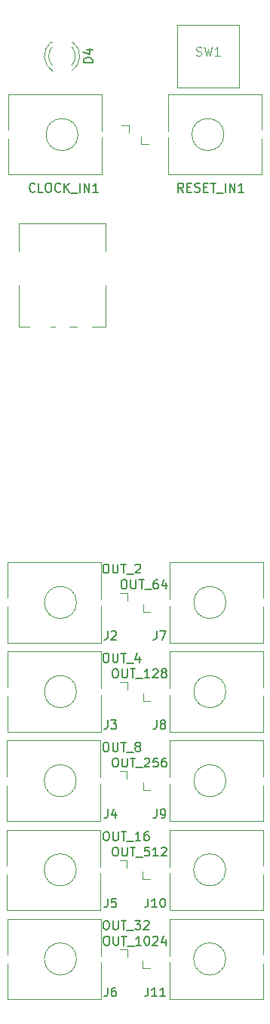
<source format=gbr>
%TF.GenerationSoftware,KiCad,Pcbnew,8.0.5+1*%
%TF.CreationDate,2024-11-27T03:26:14+08:00*%
%TF.ProjectId,MiniDiv v0.3 - Main,4d696e69-4469-4762-9076-302e33202d20,0.3*%
%TF.SameCoordinates,Original*%
%TF.FileFunction,Legend,Top*%
%TF.FilePolarity,Positive*%
%FSLAX46Y46*%
G04 Gerber Fmt 4.6, Leading zero omitted, Abs format (unit mm)*
G04 Created by KiCad (PCBNEW 8.0.5+1) date 2024-11-27 03:26:14*
%MOMM*%
%LPD*%
G01*
G04 APERTURE LIST*
%ADD10C,0.150000*%
%ADD11C,0.100000*%
%ADD12C,0.120000*%
G04 APERTURE END LIST*
D10*
X106440476Y-147204819D02*
X106440476Y-147919104D01*
X106440476Y-147919104D02*
X106392857Y-148061961D01*
X106392857Y-148061961D02*
X106297619Y-148157200D01*
X106297619Y-148157200D02*
X106154762Y-148204819D01*
X106154762Y-148204819D02*
X106059524Y-148204819D01*
X107440476Y-148204819D02*
X106869048Y-148204819D01*
X107154762Y-148204819D02*
X107154762Y-147204819D01*
X107154762Y-147204819D02*
X107059524Y-147347676D01*
X107059524Y-147347676D02*
X106964286Y-147442914D01*
X106964286Y-147442914D02*
X106869048Y-147490533D01*
X108059524Y-147204819D02*
X108154762Y-147204819D01*
X108154762Y-147204819D02*
X108250000Y-147252438D01*
X108250000Y-147252438D02*
X108297619Y-147300057D01*
X108297619Y-147300057D02*
X108345238Y-147395295D01*
X108345238Y-147395295D02*
X108392857Y-147585771D01*
X108392857Y-147585771D02*
X108392857Y-147823866D01*
X108392857Y-147823866D02*
X108345238Y-148014342D01*
X108345238Y-148014342D02*
X108297619Y-148109580D01*
X108297619Y-148109580D02*
X108250000Y-148157200D01*
X108250000Y-148157200D02*
X108154762Y-148204819D01*
X108154762Y-148204819D02*
X108059524Y-148204819D01*
X108059524Y-148204819D02*
X107964286Y-148157200D01*
X107964286Y-148157200D02*
X107916667Y-148109580D01*
X107916667Y-148109580D02*
X107869048Y-148014342D01*
X107869048Y-148014342D02*
X107821429Y-147823866D01*
X107821429Y-147823866D02*
X107821429Y-147585771D01*
X107821429Y-147585771D02*
X107869048Y-147395295D01*
X107869048Y-147395295D02*
X107916667Y-147300057D01*
X107916667Y-147300057D02*
X107964286Y-147252438D01*
X107964286Y-147252438D02*
X108059524Y-147204819D01*
X102690476Y-141454819D02*
X102880952Y-141454819D01*
X102880952Y-141454819D02*
X102976190Y-141502438D01*
X102976190Y-141502438D02*
X103071428Y-141597676D01*
X103071428Y-141597676D02*
X103119047Y-141788152D01*
X103119047Y-141788152D02*
X103119047Y-142121485D01*
X103119047Y-142121485D02*
X103071428Y-142311961D01*
X103071428Y-142311961D02*
X102976190Y-142407200D01*
X102976190Y-142407200D02*
X102880952Y-142454819D01*
X102880952Y-142454819D02*
X102690476Y-142454819D01*
X102690476Y-142454819D02*
X102595238Y-142407200D01*
X102595238Y-142407200D02*
X102500000Y-142311961D01*
X102500000Y-142311961D02*
X102452381Y-142121485D01*
X102452381Y-142121485D02*
X102452381Y-141788152D01*
X102452381Y-141788152D02*
X102500000Y-141597676D01*
X102500000Y-141597676D02*
X102595238Y-141502438D01*
X102595238Y-141502438D02*
X102690476Y-141454819D01*
X103547619Y-141454819D02*
X103547619Y-142264342D01*
X103547619Y-142264342D02*
X103595238Y-142359580D01*
X103595238Y-142359580D02*
X103642857Y-142407200D01*
X103642857Y-142407200D02*
X103738095Y-142454819D01*
X103738095Y-142454819D02*
X103928571Y-142454819D01*
X103928571Y-142454819D02*
X104023809Y-142407200D01*
X104023809Y-142407200D02*
X104071428Y-142359580D01*
X104071428Y-142359580D02*
X104119047Y-142264342D01*
X104119047Y-142264342D02*
X104119047Y-141454819D01*
X104452381Y-141454819D02*
X105023809Y-141454819D01*
X104738095Y-142454819D02*
X104738095Y-141454819D01*
X105119048Y-142550057D02*
X105880952Y-142550057D01*
X106595238Y-141454819D02*
X106119048Y-141454819D01*
X106119048Y-141454819D02*
X106071429Y-141931009D01*
X106071429Y-141931009D02*
X106119048Y-141883390D01*
X106119048Y-141883390D02*
X106214286Y-141835771D01*
X106214286Y-141835771D02*
X106452381Y-141835771D01*
X106452381Y-141835771D02*
X106547619Y-141883390D01*
X106547619Y-141883390D02*
X106595238Y-141931009D01*
X106595238Y-141931009D02*
X106642857Y-142026247D01*
X106642857Y-142026247D02*
X106642857Y-142264342D01*
X106642857Y-142264342D02*
X106595238Y-142359580D01*
X106595238Y-142359580D02*
X106547619Y-142407200D01*
X106547619Y-142407200D02*
X106452381Y-142454819D01*
X106452381Y-142454819D02*
X106214286Y-142454819D01*
X106214286Y-142454819D02*
X106119048Y-142407200D01*
X106119048Y-142407200D02*
X106071429Y-142359580D01*
X107595238Y-142454819D02*
X107023810Y-142454819D01*
X107309524Y-142454819D02*
X107309524Y-141454819D01*
X107309524Y-141454819D02*
X107214286Y-141597676D01*
X107214286Y-141597676D02*
X107119048Y-141692914D01*
X107119048Y-141692914D02*
X107023810Y-141740533D01*
X107976191Y-141550057D02*
X108023810Y-141502438D01*
X108023810Y-141502438D02*
X108119048Y-141454819D01*
X108119048Y-141454819D02*
X108357143Y-141454819D01*
X108357143Y-141454819D02*
X108452381Y-141502438D01*
X108452381Y-141502438D02*
X108500000Y-141550057D01*
X108500000Y-141550057D02*
X108547619Y-141645295D01*
X108547619Y-141645295D02*
X108547619Y-141740533D01*
X108547619Y-141740533D02*
X108500000Y-141883390D01*
X108500000Y-141883390D02*
X107928572Y-142454819D01*
X107928572Y-142454819D02*
X108547619Y-142454819D01*
X101916666Y-127204819D02*
X101916666Y-127919104D01*
X101916666Y-127919104D02*
X101869047Y-128061961D01*
X101869047Y-128061961D02*
X101773809Y-128157200D01*
X101773809Y-128157200D02*
X101630952Y-128204819D01*
X101630952Y-128204819D02*
X101535714Y-128204819D01*
X102297619Y-127204819D02*
X102916666Y-127204819D01*
X102916666Y-127204819D02*
X102583333Y-127585771D01*
X102583333Y-127585771D02*
X102726190Y-127585771D01*
X102726190Y-127585771D02*
X102821428Y-127633390D01*
X102821428Y-127633390D02*
X102869047Y-127681009D01*
X102869047Y-127681009D02*
X102916666Y-127776247D01*
X102916666Y-127776247D02*
X102916666Y-128014342D01*
X102916666Y-128014342D02*
X102869047Y-128109580D01*
X102869047Y-128109580D02*
X102821428Y-128157200D01*
X102821428Y-128157200D02*
X102726190Y-128204819D01*
X102726190Y-128204819D02*
X102440476Y-128204819D01*
X102440476Y-128204819D02*
X102345238Y-128157200D01*
X102345238Y-128157200D02*
X102297619Y-128109580D01*
X101642857Y-119704819D02*
X101833333Y-119704819D01*
X101833333Y-119704819D02*
X101928571Y-119752438D01*
X101928571Y-119752438D02*
X102023809Y-119847676D01*
X102023809Y-119847676D02*
X102071428Y-120038152D01*
X102071428Y-120038152D02*
X102071428Y-120371485D01*
X102071428Y-120371485D02*
X102023809Y-120561961D01*
X102023809Y-120561961D02*
X101928571Y-120657200D01*
X101928571Y-120657200D02*
X101833333Y-120704819D01*
X101833333Y-120704819D02*
X101642857Y-120704819D01*
X101642857Y-120704819D02*
X101547619Y-120657200D01*
X101547619Y-120657200D02*
X101452381Y-120561961D01*
X101452381Y-120561961D02*
X101404762Y-120371485D01*
X101404762Y-120371485D02*
X101404762Y-120038152D01*
X101404762Y-120038152D02*
X101452381Y-119847676D01*
X101452381Y-119847676D02*
X101547619Y-119752438D01*
X101547619Y-119752438D02*
X101642857Y-119704819D01*
X102500000Y-119704819D02*
X102500000Y-120514342D01*
X102500000Y-120514342D02*
X102547619Y-120609580D01*
X102547619Y-120609580D02*
X102595238Y-120657200D01*
X102595238Y-120657200D02*
X102690476Y-120704819D01*
X102690476Y-120704819D02*
X102880952Y-120704819D01*
X102880952Y-120704819D02*
X102976190Y-120657200D01*
X102976190Y-120657200D02*
X103023809Y-120609580D01*
X103023809Y-120609580D02*
X103071428Y-120514342D01*
X103071428Y-120514342D02*
X103071428Y-119704819D01*
X103404762Y-119704819D02*
X103976190Y-119704819D01*
X103690476Y-120704819D02*
X103690476Y-119704819D01*
X104071429Y-120800057D02*
X104833333Y-120800057D01*
X105500000Y-120038152D02*
X105500000Y-120704819D01*
X105261905Y-119657200D02*
X105023810Y-120371485D01*
X105023810Y-120371485D02*
X105642857Y-120371485D01*
X106440476Y-157204819D02*
X106440476Y-157919104D01*
X106440476Y-157919104D02*
X106392857Y-158061961D01*
X106392857Y-158061961D02*
X106297619Y-158157200D01*
X106297619Y-158157200D02*
X106154762Y-158204819D01*
X106154762Y-158204819D02*
X106059524Y-158204819D01*
X107440476Y-158204819D02*
X106869048Y-158204819D01*
X107154762Y-158204819D02*
X107154762Y-157204819D01*
X107154762Y-157204819D02*
X107059524Y-157347676D01*
X107059524Y-157347676D02*
X106964286Y-157442914D01*
X106964286Y-157442914D02*
X106869048Y-157490533D01*
X108392857Y-158204819D02*
X107821429Y-158204819D01*
X108107143Y-158204819D02*
X108107143Y-157204819D01*
X108107143Y-157204819D02*
X108011905Y-157347676D01*
X108011905Y-157347676D02*
X107916667Y-157442914D01*
X107916667Y-157442914D02*
X107821429Y-157490533D01*
X101714285Y-151454819D02*
X101904761Y-151454819D01*
X101904761Y-151454819D02*
X101999999Y-151502438D01*
X101999999Y-151502438D02*
X102095237Y-151597676D01*
X102095237Y-151597676D02*
X102142856Y-151788152D01*
X102142856Y-151788152D02*
X102142856Y-152121485D01*
X102142856Y-152121485D02*
X102095237Y-152311961D01*
X102095237Y-152311961D02*
X101999999Y-152407200D01*
X101999999Y-152407200D02*
X101904761Y-152454819D01*
X101904761Y-152454819D02*
X101714285Y-152454819D01*
X101714285Y-152454819D02*
X101619047Y-152407200D01*
X101619047Y-152407200D02*
X101523809Y-152311961D01*
X101523809Y-152311961D02*
X101476190Y-152121485D01*
X101476190Y-152121485D02*
X101476190Y-151788152D01*
X101476190Y-151788152D02*
X101523809Y-151597676D01*
X101523809Y-151597676D02*
X101619047Y-151502438D01*
X101619047Y-151502438D02*
X101714285Y-151454819D01*
X102571428Y-151454819D02*
X102571428Y-152264342D01*
X102571428Y-152264342D02*
X102619047Y-152359580D01*
X102619047Y-152359580D02*
X102666666Y-152407200D01*
X102666666Y-152407200D02*
X102761904Y-152454819D01*
X102761904Y-152454819D02*
X102952380Y-152454819D01*
X102952380Y-152454819D02*
X103047618Y-152407200D01*
X103047618Y-152407200D02*
X103095237Y-152359580D01*
X103095237Y-152359580D02*
X103142856Y-152264342D01*
X103142856Y-152264342D02*
X103142856Y-151454819D01*
X103476190Y-151454819D02*
X104047618Y-151454819D01*
X103761904Y-152454819D02*
X103761904Y-151454819D01*
X104142857Y-152550057D02*
X104904761Y-152550057D01*
X105666666Y-152454819D02*
X105095238Y-152454819D01*
X105380952Y-152454819D02*
X105380952Y-151454819D01*
X105380952Y-151454819D02*
X105285714Y-151597676D01*
X105285714Y-151597676D02*
X105190476Y-151692914D01*
X105190476Y-151692914D02*
X105095238Y-151740533D01*
X106285714Y-151454819D02*
X106380952Y-151454819D01*
X106380952Y-151454819D02*
X106476190Y-151502438D01*
X106476190Y-151502438D02*
X106523809Y-151550057D01*
X106523809Y-151550057D02*
X106571428Y-151645295D01*
X106571428Y-151645295D02*
X106619047Y-151835771D01*
X106619047Y-151835771D02*
X106619047Y-152073866D01*
X106619047Y-152073866D02*
X106571428Y-152264342D01*
X106571428Y-152264342D02*
X106523809Y-152359580D01*
X106523809Y-152359580D02*
X106476190Y-152407200D01*
X106476190Y-152407200D02*
X106380952Y-152454819D01*
X106380952Y-152454819D02*
X106285714Y-152454819D01*
X106285714Y-152454819D02*
X106190476Y-152407200D01*
X106190476Y-152407200D02*
X106142857Y-152359580D01*
X106142857Y-152359580D02*
X106095238Y-152264342D01*
X106095238Y-152264342D02*
X106047619Y-152073866D01*
X106047619Y-152073866D02*
X106047619Y-151835771D01*
X106047619Y-151835771D02*
X106095238Y-151645295D01*
X106095238Y-151645295D02*
X106142857Y-151550057D01*
X106142857Y-151550057D02*
X106190476Y-151502438D01*
X106190476Y-151502438D02*
X106285714Y-151454819D01*
X107000000Y-151550057D02*
X107047619Y-151502438D01*
X107047619Y-151502438D02*
X107142857Y-151454819D01*
X107142857Y-151454819D02*
X107380952Y-151454819D01*
X107380952Y-151454819D02*
X107476190Y-151502438D01*
X107476190Y-151502438D02*
X107523809Y-151550057D01*
X107523809Y-151550057D02*
X107571428Y-151645295D01*
X107571428Y-151645295D02*
X107571428Y-151740533D01*
X107571428Y-151740533D02*
X107523809Y-151883390D01*
X107523809Y-151883390D02*
X106952381Y-152454819D01*
X106952381Y-152454819D02*
X107571428Y-152454819D01*
X108428571Y-151788152D02*
X108428571Y-152454819D01*
X108190476Y-151407200D02*
X107952381Y-152121485D01*
X107952381Y-152121485D02*
X108571428Y-152121485D01*
X107416666Y-117204819D02*
X107416666Y-117919104D01*
X107416666Y-117919104D02*
X107369047Y-118061961D01*
X107369047Y-118061961D02*
X107273809Y-118157200D01*
X107273809Y-118157200D02*
X107130952Y-118204819D01*
X107130952Y-118204819D02*
X107035714Y-118204819D01*
X107797619Y-117204819D02*
X108464285Y-117204819D01*
X108464285Y-117204819D02*
X108035714Y-118204819D01*
X103666666Y-111454819D02*
X103857142Y-111454819D01*
X103857142Y-111454819D02*
X103952380Y-111502438D01*
X103952380Y-111502438D02*
X104047618Y-111597676D01*
X104047618Y-111597676D02*
X104095237Y-111788152D01*
X104095237Y-111788152D02*
X104095237Y-112121485D01*
X104095237Y-112121485D02*
X104047618Y-112311961D01*
X104047618Y-112311961D02*
X103952380Y-112407200D01*
X103952380Y-112407200D02*
X103857142Y-112454819D01*
X103857142Y-112454819D02*
X103666666Y-112454819D01*
X103666666Y-112454819D02*
X103571428Y-112407200D01*
X103571428Y-112407200D02*
X103476190Y-112311961D01*
X103476190Y-112311961D02*
X103428571Y-112121485D01*
X103428571Y-112121485D02*
X103428571Y-111788152D01*
X103428571Y-111788152D02*
X103476190Y-111597676D01*
X103476190Y-111597676D02*
X103571428Y-111502438D01*
X103571428Y-111502438D02*
X103666666Y-111454819D01*
X104523809Y-111454819D02*
X104523809Y-112264342D01*
X104523809Y-112264342D02*
X104571428Y-112359580D01*
X104571428Y-112359580D02*
X104619047Y-112407200D01*
X104619047Y-112407200D02*
X104714285Y-112454819D01*
X104714285Y-112454819D02*
X104904761Y-112454819D01*
X104904761Y-112454819D02*
X104999999Y-112407200D01*
X104999999Y-112407200D02*
X105047618Y-112359580D01*
X105047618Y-112359580D02*
X105095237Y-112264342D01*
X105095237Y-112264342D02*
X105095237Y-111454819D01*
X105428571Y-111454819D02*
X105999999Y-111454819D01*
X105714285Y-112454819D02*
X105714285Y-111454819D01*
X106095238Y-112550057D02*
X106857142Y-112550057D01*
X107523809Y-111454819D02*
X107333333Y-111454819D01*
X107333333Y-111454819D02*
X107238095Y-111502438D01*
X107238095Y-111502438D02*
X107190476Y-111550057D01*
X107190476Y-111550057D02*
X107095238Y-111692914D01*
X107095238Y-111692914D02*
X107047619Y-111883390D01*
X107047619Y-111883390D02*
X107047619Y-112264342D01*
X107047619Y-112264342D02*
X107095238Y-112359580D01*
X107095238Y-112359580D02*
X107142857Y-112407200D01*
X107142857Y-112407200D02*
X107238095Y-112454819D01*
X107238095Y-112454819D02*
X107428571Y-112454819D01*
X107428571Y-112454819D02*
X107523809Y-112407200D01*
X107523809Y-112407200D02*
X107571428Y-112359580D01*
X107571428Y-112359580D02*
X107619047Y-112264342D01*
X107619047Y-112264342D02*
X107619047Y-112026247D01*
X107619047Y-112026247D02*
X107571428Y-111931009D01*
X107571428Y-111931009D02*
X107523809Y-111883390D01*
X107523809Y-111883390D02*
X107428571Y-111835771D01*
X107428571Y-111835771D02*
X107238095Y-111835771D01*
X107238095Y-111835771D02*
X107142857Y-111883390D01*
X107142857Y-111883390D02*
X107095238Y-111931009D01*
X107095238Y-111931009D02*
X107047619Y-112026247D01*
X108476190Y-111788152D02*
X108476190Y-112454819D01*
X108238095Y-111407200D02*
X108000000Y-112121485D01*
X108000000Y-112121485D02*
X108619047Y-112121485D01*
D11*
X111866667Y-52609800D02*
X112009524Y-52657419D01*
X112009524Y-52657419D02*
X112247619Y-52657419D01*
X112247619Y-52657419D02*
X112342857Y-52609800D01*
X112342857Y-52609800D02*
X112390476Y-52562180D01*
X112390476Y-52562180D02*
X112438095Y-52466942D01*
X112438095Y-52466942D02*
X112438095Y-52371704D01*
X112438095Y-52371704D02*
X112390476Y-52276466D01*
X112390476Y-52276466D02*
X112342857Y-52228847D01*
X112342857Y-52228847D02*
X112247619Y-52181228D01*
X112247619Y-52181228D02*
X112057143Y-52133609D01*
X112057143Y-52133609D02*
X111961905Y-52085990D01*
X111961905Y-52085990D02*
X111914286Y-52038371D01*
X111914286Y-52038371D02*
X111866667Y-51943133D01*
X111866667Y-51943133D02*
X111866667Y-51847895D01*
X111866667Y-51847895D02*
X111914286Y-51752657D01*
X111914286Y-51752657D02*
X111961905Y-51705038D01*
X111961905Y-51705038D02*
X112057143Y-51657419D01*
X112057143Y-51657419D02*
X112295238Y-51657419D01*
X112295238Y-51657419D02*
X112438095Y-51705038D01*
X112771429Y-51657419D02*
X113009524Y-52657419D01*
X113009524Y-52657419D02*
X113200000Y-51943133D01*
X113200000Y-51943133D02*
X113390476Y-52657419D01*
X113390476Y-52657419D02*
X113628572Y-51657419D01*
X114533333Y-52657419D02*
X113961905Y-52657419D01*
X114247619Y-52657419D02*
X114247619Y-51657419D01*
X114247619Y-51657419D02*
X114152381Y-51800276D01*
X114152381Y-51800276D02*
X114057143Y-51895514D01*
X114057143Y-51895514D02*
X113961905Y-51943133D01*
D10*
X101916666Y-117204819D02*
X101916666Y-117919104D01*
X101916666Y-117919104D02*
X101869047Y-118061961D01*
X101869047Y-118061961D02*
X101773809Y-118157200D01*
X101773809Y-118157200D02*
X101630952Y-118204819D01*
X101630952Y-118204819D02*
X101535714Y-118204819D01*
X102345238Y-117300057D02*
X102392857Y-117252438D01*
X102392857Y-117252438D02*
X102488095Y-117204819D01*
X102488095Y-117204819D02*
X102726190Y-117204819D01*
X102726190Y-117204819D02*
X102821428Y-117252438D01*
X102821428Y-117252438D02*
X102869047Y-117300057D01*
X102869047Y-117300057D02*
X102916666Y-117395295D01*
X102916666Y-117395295D02*
X102916666Y-117490533D01*
X102916666Y-117490533D02*
X102869047Y-117633390D01*
X102869047Y-117633390D02*
X102297619Y-118204819D01*
X102297619Y-118204819D02*
X102916666Y-118204819D01*
X101642857Y-109704819D02*
X101833333Y-109704819D01*
X101833333Y-109704819D02*
X101928571Y-109752438D01*
X101928571Y-109752438D02*
X102023809Y-109847676D01*
X102023809Y-109847676D02*
X102071428Y-110038152D01*
X102071428Y-110038152D02*
X102071428Y-110371485D01*
X102071428Y-110371485D02*
X102023809Y-110561961D01*
X102023809Y-110561961D02*
X101928571Y-110657200D01*
X101928571Y-110657200D02*
X101833333Y-110704819D01*
X101833333Y-110704819D02*
X101642857Y-110704819D01*
X101642857Y-110704819D02*
X101547619Y-110657200D01*
X101547619Y-110657200D02*
X101452381Y-110561961D01*
X101452381Y-110561961D02*
X101404762Y-110371485D01*
X101404762Y-110371485D02*
X101404762Y-110038152D01*
X101404762Y-110038152D02*
X101452381Y-109847676D01*
X101452381Y-109847676D02*
X101547619Y-109752438D01*
X101547619Y-109752438D02*
X101642857Y-109704819D01*
X102500000Y-109704819D02*
X102500000Y-110514342D01*
X102500000Y-110514342D02*
X102547619Y-110609580D01*
X102547619Y-110609580D02*
X102595238Y-110657200D01*
X102595238Y-110657200D02*
X102690476Y-110704819D01*
X102690476Y-110704819D02*
X102880952Y-110704819D01*
X102880952Y-110704819D02*
X102976190Y-110657200D01*
X102976190Y-110657200D02*
X103023809Y-110609580D01*
X103023809Y-110609580D02*
X103071428Y-110514342D01*
X103071428Y-110514342D02*
X103071428Y-109704819D01*
X103404762Y-109704819D02*
X103976190Y-109704819D01*
X103690476Y-110704819D02*
X103690476Y-109704819D01*
X104071429Y-110800057D02*
X104833333Y-110800057D01*
X105023810Y-109800057D02*
X105071429Y-109752438D01*
X105071429Y-109752438D02*
X105166667Y-109704819D01*
X105166667Y-109704819D02*
X105404762Y-109704819D01*
X105404762Y-109704819D02*
X105500000Y-109752438D01*
X105500000Y-109752438D02*
X105547619Y-109800057D01*
X105547619Y-109800057D02*
X105595238Y-109895295D01*
X105595238Y-109895295D02*
X105595238Y-109990533D01*
X105595238Y-109990533D02*
X105547619Y-110133390D01*
X105547619Y-110133390D02*
X104976191Y-110704819D01*
X104976191Y-110704819D02*
X105595238Y-110704819D01*
X100214819Y-53433094D02*
X99214819Y-53433094D01*
X99214819Y-53433094D02*
X99214819Y-53194999D01*
X99214819Y-53194999D02*
X99262438Y-53052142D01*
X99262438Y-53052142D02*
X99357676Y-52956904D01*
X99357676Y-52956904D02*
X99452914Y-52909285D01*
X99452914Y-52909285D02*
X99643390Y-52861666D01*
X99643390Y-52861666D02*
X99786247Y-52861666D01*
X99786247Y-52861666D02*
X99976723Y-52909285D01*
X99976723Y-52909285D02*
X100071961Y-52956904D01*
X100071961Y-52956904D02*
X100167200Y-53052142D01*
X100167200Y-53052142D02*
X100214819Y-53194999D01*
X100214819Y-53194999D02*
X100214819Y-53433094D01*
X99548152Y-52004523D02*
X100214819Y-52004523D01*
X99167200Y-52242618D02*
X99881485Y-52480713D01*
X99881485Y-52480713D02*
X99881485Y-51861666D01*
X107416666Y-127204819D02*
X107416666Y-127919104D01*
X107416666Y-127919104D02*
X107369047Y-128061961D01*
X107369047Y-128061961D02*
X107273809Y-128157200D01*
X107273809Y-128157200D02*
X107130952Y-128204819D01*
X107130952Y-128204819D02*
X107035714Y-128204819D01*
X108035714Y-127633390D02*
X107940476Y-127585771D01*
X107940476Y-127585771D02*
X107892857Y-127538152D01*
X107892857Y-127538152D02*
X107845238Y-127442914D01*
X107845238Y-127442914D02*
X107845238Y-127395295D01*
X107845238Y-127395295D02*
X107892857Y-127300057D01*
X107892857Y-127300057D02*
X107940476Y-127252438D01*
X107940476Y-127252438D02*
X108035714Y-127204819D01*
X108035714Y-127204819D02*
X108226190Y-127204819D01*
X108226190Y-127204819D02*
X108321428Y-127252438D01*
X108321428Y-127252438D02*
X108369047Y-127300057D01*
X108369047Y-127300057D02*
X108416666Y-127395295D01*
X108416666Y-127395295D02*
X108416666Y-127442914D01*
X108416666Y-127442914D02*
X108369047Y-127538152D01*
X108369047Y-127538152D02*
X108321428Y-127585771D01*
X108321428Y-127585771D02*
X108226190Y-127633390D01*
X108226190Y-127633390D02*
X108035714Y-127633390D01*
X108035714Y-127633390D02*
X107940476Y-127681009D01*
X107940476Y-127681009D02*
X107892857Y-127728628D01*
X107892857Y-127728628D02*
X107845238Y-127823866D01*
X107845238Y-127823866D02*
X107845238Y-128014342D01*
X107845238Y-128014342D02*
X107892857Y-128109580D01*
X107892857Y-128109580D02*
X107940476Y-128157200D01*
X107940476Y-128157200D02*
X108035714Y-128204819D01*
X108035714Y-128204819D02*
X108226190Y-128204819D01*
X108226190Y-128204819D02*
X108321428Y-128157200D01*
X108321428Y-128157200D02*
X108369047Y-128109580D01*
X108369047Y-128109580D02*
X108416666Y-128014342D01*
X108416666Y-128014342D02*
X108416666Y-127823866D01*
X108416666Y-127823866D02*
X108369047Y-127728628D01*
X108369047Y-127728628D02*
X108321428Y-127681009D01*
X108321428Y-127681009D02*
X108226190Y-127633390D01*
X102690476Y-121454819D02*
X102880952Y-121454819D01*
X102880952Y-121454819D02*
X102976190Y-121502438D01*
X102976190Y-121502438D02*
X103071428Y-121597676D01*
X103071428Y-121597676D02*
X103119047Y-121788152D01*
X103119047Y-121788152D02*
X103119047Y-122121485D01*
X103119047Y-122121485D02*
X103071428Y-122311961D01*
X103071428Y-122311961D02*
X102976190Y-122407200D01*
X102976190Y-122407200D02*
X102880952Y-122454819D01*
X102880952Y-122454819D02*
X102690476Y-122454819D01*
X102690476Y-122454819D02*
X102595238Y-122407200D01*
X102595238Y-122407200D02*
X102500000Y-122311961D01*
X102500000Y-122311961D02*
X102452381Y-122121485D01*
X102452381Y-122121485D02*
X102452381Y-121788152D01*
X102452381Y-121788152D02*
X102500000Y-121597676D01*
X102500000Y-121597676D02*
X102595238Y-121502438D01*
X102595238Y-121502438D02*
X102690476Y-121454819D01*
X103547619Y-121454819D02*
X103547619Y-122264342D01*
X103547619Y-122264342D02*
X103595238Y-122359580D01*
X103595238Y-122359580D02*
X103642857Y-122407200D01*
X103642857Y-122407200D02*
X103738095Y-122454819D01*
X103738095Y-122454819D02*
X103928571Y-122454819D01*
X103928571Y-122454819D02*
X104023809Y-122407200D01*
X104023809Y-122407200D02*
X104071428Y-122359580D01*
X104071428Y-122359580D02*
X104119047Y-122264342D01*
X104119047Y-122264342D02*
X104119047Y-121454819D01*
X104452381Y-121454819D02*
X105023809Y-121454819D01*
X104738095Y-122454819D02*
X104738095Y-121454819D01*
X105119048Y-122550057D02*
X105880952Y-122550057D01*
X106642857Y-122454819D02*
X106071429Y-122454819D01*
X106357143Y-122454819D02*
X106357143Y-121454819D01*
X106357143Y-121454819D02*
X106261905Y-121597676D01*
X106261905Y-121597676D02*
X106166667Y-121692914D01*
X106166667Y-121692914D02*
X106071429Y-121740533D01*
X107023810Y-121550057D02*
X107071429Y-121502438D01*
X107071429Y-121502438D02*
X107166667Y-121454819D01*
X107166667Y-121454819D02*
X107404762Y-121454819D01*
X107404762Y-121454819D02*
X107500000Y-121502438D01*
X107500000Y-121502438D02*
X107547619Y-121550057D01*
X107547619Y-121550057D02*
X107595238Y-121645295D01*
X107595238Y-121645295D02*
X107595238Y-121740533D01*
X107595238Y-121740533D02*
X107547619Y-121883390D01*
X107547619Y-121883390D02*
X106976191Y-122454819D01*
X106976191Y-122454819D02*
X107595238Y-122454819D01*
X108166667Y-121883390D02*
X108071429Y-121835771D01*
X108071429Y-121835771D02*
X108023810Y-121788152D01*
X108023810Y-121788152D02*
X107976191Y-121692914D01*
X107976191Y-121692914D02*
X107976191Y-121645295D01*
X107976191Y-121645295D02*
X108023810Y-121550057D01*
X108023810Y-121550057D02*
X108071429Y-121502438D01*
X108071429Y-121502438D02*
X108166667Y-121454819D01*
X108166667Y-121454819D02*
X108357143Y-121454819D01*
X108357143Y-121454819D02*
X108452381Y-121502438D01*
X108452381Y-121502438D02*
X108500000Y-121550057D01*
X108500000Y-121550057D02*
X108547619Y-121645295D01*
X108547619Y-121645295D02*
X108547619Y-121692914D01*
X108547619Y-121692914D02*
X108500000Y-121788152D01*
X108500000Y-121788152D02*
X108452381Y-121835771D01*
X108452381Y-121835771D02*
X108357143Y-121883390D01*
X108357143Y-121883390D02*
X108166667Y-121883390D01*
X108166667Y-121883390D02*
X108071429Y-121931009D01*
X108071429Y-121931009D02*
X108023810Y-121978628D01*
X108023810Y-121978628D02*
X107976191Y-122073866D01*
X107976191Y-122073866D02*
X107976191Y-122264342D01*
X107976191Y-122264342D02*
X108023810Y-122359580D01*
X108023810Y-122359580D02*
X108071429Y-122407200D01*
X108071429Y-122407200D02*
X108166667Y-122454819D01*
X108166667Y-122454819D02*
X108357143Y-122454819D01*
X108357143Y-122454819D02*
X108452381Y-122407200D01*
X108452381Y-122407200D02*
X108500000Y-122359580D01*
X108500000Y-122359580D02*
X108547619Y-122264342D01*
X108547619Y-122264342D02*
X108547619Y-122073866D01*
X108547619Y-122073866D02*
X108500000Y-121978628D01*
X108500000Y-121978628D02*
X108452381Y-121931009D01*
X108452381Y-121931009D02*
X108357143Y-121883390D01*
X101916666Y-147204819D02*
X101916666Y-147919104D01*
X101916666Y-147919104D02*
X101869047Y-148061961D01*
X101869047Y-148061961D02*
X101773809Y-148157200D01*
X101773809Y-148157200D02*
X101630952Y-148204819D01*
X101630952Y-148204819D02*
X101535714Y-148204819D01*
X102869047Y-147204819D02*
X102392857Y-147204819D01*
X102392857Y-147204819D02*
X102345238Y-147681009D01*
X102345238Y-147681009D02*
X102392857Y-147633390D01*
X102392857Y-147633390D02*
X102488095Y-147585771D01*
X102488095Y-147585771D02*
X102726190Y-147585771D01*
X102726190Y-147585771D02*
X102821428Y-147633390D01*
X102821428Y-147633390D02*
X102869047Y-147681009D01*
X102869047Y-147681009D02*
X102916666Y-147776247D01*
X102916666Y-147776247D02*
X102916666Y-148014342D01*
X102916666Y-148014342D02*
X102869047Y-148109580D01*
X102869047Y-148109580D02*
X102821428Y-148157200D01*
X102821428Y-148157200D02*
X102726190Y-148204819D01*
X102726190Y-148204819D02*
X102488095Y-148204819D01*
X102488095Y-148204819D02*
X102392857Y-148157200D01*
X102392857Y-148157200D02*
X102345238Y-148109580D01*
X101666666Y-139704819D02*
X101857142Y-139704819D01*
X101857142Y-139704819D02*
X101952380Y-139752438D01*
X101952380Y-139752438D02*
X102047618Y-139847676D01*
X102047618Y-139847676D02*
X102095237Y-140038152D01*
X102095237Y-140038152D02*
X102095237Y-140371485D01*
X102095237Y-140371485D02*
X102047618Y-140561961D01*
X102047618Y-140561961D02*
X101952380Y-140657200D01*
X101952380Y-140657200D02*
X101857142Y-140704819D01*
X101857142Y-140704819D02*
X101666666Y-140704819D01*
X101666666Y-140704819D02*
X101571428Y-140657200D01*
X101571428Y-140657200D02*
X101476190Y-140561961D01*
X101476190Y-140561961D02*
X101428571Y-140371485D01*
X101428571Y-140371485D02*
X101428571Y-140038152D01*
X101428571Y-140038152D02*
X101476190Y-139847676D01*
X101476190Y-139847676D02*
X101571428Y-139752438D01*
X101571428Y-139752438D02*
X101666666Y-139704819D01*
X102523809Y-139704819D02*
X102523809Y-140514342D01*
X102523809Y-140514342D02*
X102571428Y-140609580D01*
X102571428Y-140609580D02*
X102619047Y-140657200D01*
X102619047Y-140657200D02*
X102714285Y-140704819D01*
X102714285Y-140704819D02*
X102904761Y-140704819D01*
X102904761Y-140704819D02*
X102999999Y-140657200D01*
X102999999Y-140657200D02*
X103047618Y-140609580D01*
X103047618Y-140609580D02*
X103095237Y-140514342D01*
X103095237Y-140514342D02*
X103095237Y-139704819D01*
X103428571Y-139704819D02*
X103999999Y-139704819D01*
X103714285Y-140704819D02*
X103714285Y-139704819D01*
X104095238Y-140800057D02*
X104857142Y-140800057D01*
X105619047Y-140704819D02*
X105047619Y-140704819D01*
X105333333Y-140704819D02*
X105333333Y-139704819D01*
X105333333Y-139704819D02*
X105238095Y-139847676D01*
X105238095Y-139847676D02*
X105142857Y-139942914D01*
X105142857Y-139942914D02*
X105047619Y-139990533D01*
X106476190Y-139704819D02*
X106285714Y-139704819D01*
X106285714Y-139704819D02*
X106190476Y-139752438D01*
X106190476Y-139752438D02*
X106142857Y-139800057D01*
X106142857Y-139800057D02*
X106047619Y-139942914D01*
X106047619Y-139942914D02*
X106000000Y-140133390D01*
X106000000Y-140133390D02*
X106000000Y-140514342D01*
X106000000Y-140514342D02*
X106047619Y-140609580D01*
X106047619Y-140609580D02*
X106095238Y-140657200D01*
X106095238Y-140657200D02*
X106190476Y-140704819D01*
X106190476Y-140704819D02*
X106380952Y-140704819D01*
X106380952Y-140704819D02*
X106476190Y-140657200D01*
X106476190Y-140657200D02*
X106523809Y-140609580D01*
X106523809Y-140609580D02*
X106571428Y-140514342D01*
X106571428Y-140514342D02*
X106571428Y-140276247D01*
X106571428Y-140276247D02*
X106523809Y-140181009D01*
X106523809Y-140181009D02*
X106476190Y-140133390D01*
X106476190Y-140133390D02*
X106380952Y-140085771D01*
X106380952Y-140085771D02*
X106190476Y-140085771D01*
X106190476Y-140085771D02*
X106095238Y-140133390D01*
X106095238Y-140133390D02*
X106047619Y-140181009D01*
X106047619Y-140181009D02*
X106000000Y-140276247D01*
X101916666Y-157204819D02*
X101916666Y-157919104D01*
X101916666Y-157919104D02*
X101869047Y-158061961D01*
X101869047Y-158061961D02*
X101773809Y-158157200D01*
X101773809Y-158157200D02*
X101630952Y-158204819D01*
X101630952Y-158204819D02*
X101535714Y-158204819D01*
X102821428Y-157204819D02*
X102630952Y-157204819D01*
X102630952Y-157204819D02*
X102535714Y-157252438D01*
X102535714Y-157252438D02*
X102488095Y-157300057D01*
X102488095Y-157300057D02*
X102392857Y-157442914D01*
X102392857Y-157442914D02*
X102345238Y-157633390D01*
X102345238Y-157633390D02*
X102345238Y-158014342D01*
X102345238Y-158014342D02*
X102392857Y-158109580D01*
X102392857Y-158109580D02*
X102440476Y-158157200D01*
X102440476Y-158157200D02*
X102535714Y-158204819D01*
X102535714Y-158204819D02*
X102726190Y-158204819D01*
X102726190Y-158204819D02*
X102821428Y-158157200D01*
X102821428Y-158157200D02*
X102869047Y-158109580D01*
X102869047Y-158109580D02*
X102916666Y-158014342D01*
X102916666Y-158014342D02*
X102916666Y-157776247D01*
X102916666Y-157776247D02*
X102869047Y-157681009D01*
X102869047Y-157681009D02*
X102821428Y-157633390D01*
X102821428Y-157633390D02*
X102726190Y-157585771D01*
X102726190Y-157585771D02*
X102535714Y-157585771D01*
X102535714Y-157585771D02*
X102440476Y-157633390D01*
X102440476Y-157633390D02*
X102392857Y-157681009D01*
X102392857Y-157681009D02*
X102345238Y-157776247D01*
X101666666Y-149704819D02*
X101857142Y-149704819D01*
X101857142Y-149704819D02*
X101952380Y-149752438D01*
X101952380Y-149752438D02*
X102047618Y-149847676D01*
X102047618Y-149847676D02*
X102095237Y-150038152D01*
X102095237Y-150038152D02*
X102095237Y-150371485D01*
X102095237Y-150371485D02*
X102047618Y-150561961D01*
X102047618Y-150561961D02*
X101952380Y-150657200D01*
X101952380Y-150657200D02*
X101857142Y-150704819D01*
X101857142Y-150704819D02*
X101666666Y-150704819D01*
X101666666Y-150704819D02*
X101571428Y-150657200D01*
X101571428Y-150657200D02*
X101476190Y-150561961D01*
X101476190Y-150561961D02*
X101428571Y-150371485D01*
X101428571Y-150371485D02*
X101428571Y-150038152D01*
X101428571Y-150038152D02*
X101476190Y-149847676D01*
X101476190Y-149847676D02*
X101571428Y-149752438D01*
X101571428Y-149752438D02*
X101666666Y-149704819D01*
X102523809Y-149704819D02*
X102523809Y-150514342D01*
X102523809Y-150514342D02*
X102571428Y-150609580D01*
X102571428Y-150609580D02*
X102619047Y-150657200D01*
X102619047Y-150657200D02*
X102714285Y-150704819D01*
X102714285Y-150704819D02*
X102904761Y-150704819D01*
X102904761Y-150704819D02*
X102999999Y-150657200D01*
X102999999Y-150657200D02*
X103047618Y-150609580D01*
X103047618Y-150609580D02*
X103095237Y-150514342D01*
X103095237Y-150514342D02*
X103095237Y-149704819D01*
X103428571Y-149704819D02*
X103999999Y-149704819D01*
X103714285Y-150704819D02*
X103714285Y-149704819D01*
X104095238Y-150800057D02*
X104857142Y-150800057D01*
X105000000Y-149704819D02*
X105619047Y-149704819D01*
X105619047Y-149704819D02*
X105285714Y-150085771D01*
X105285714Y-150085771D02*
X105428571Y-150085771D01*
X105428571Y-150085771D02*
X105523809Y-150133390D01*
X105523809Y-150133390D02*
X105571428Y-150181009D01*
X105571428Y-150181009D02*
X105619047Y-150276247D01*
X105619047Y-150276247D02*
X105619047Y-150514342D01*
X105619047Y-150514342D02*
X105571428Y-150609580D01*
X105571428Y-150609580D02*
X105523809Y-150657200D01*
X105523809Y-150657200D02*
X105428571Y-150704819D01*
X105428571Y-150704819D02*
X105142857Y-150704819D01*
X105142857Y-150704819D02*
X105047619Y-150657200D01*
X105047619Y-150657200D02*
X105000000Y-150609580D01*
X106000000Y-149800057D02*
X106047619Y-149752438D01*
X106047619Y-149752438D02*
X106142857Y-149704819D01*
X106142857Y-149704819D02*
X106380952Y-149704819D01*
X106380952Y-149704819D02*
X106476190Y-149752438D01*
X106476190Y-149752438D02*
X106523809Y-149800057D01*
X106523809Y-149800057D02*
X106571428Y-149895295D01*
X106571428Y-149895295D02*
X106571428Y-149990533D01*
X106571428Y-149990533D02*
X106523809Y-150133390D01*
X106523809Y-150133390D02*
X105952381Y-150704819D01*
X105952381Y-150704819D02*
X106571428Y-150704819D01*
X93761904Y-67859580D02*
X93714285Y-67907200D01*
X93714285Y-67907200D02*
X93571428Y-67954819D01*
X93571428Y-67954819D02*
X93476190Y-67954819D01*
X93476190Y-67954819D02*
X93333333Y-67907200D01*
X93333333Y-67907200D02*
X93238095Y-67811961D01*
X93238095Y-67811961D02*
X93190476Y-67716723D01*
X93190476Y-67716723D02*
X93142857Y-67526247D01*
X93142857Y-67526247D02*
X93142857Y-67383390D01*
X93142857Y-67383390D02*
X93190476Y-67192914D01*
X93190476Y-67192914D02*
X93238095Y-67097676D01*
X93238095Y-67097676D02*
X93333333Y-67002438D01*
X93333333Y-67002438D02*
X93476190Y-66954819D01*
X93476190Y-66954819D02*
X93571428Y-66954819D01*
X93571428Y-66954819D02*
X93714285Y-67002438D01*
X93714285Y-67002438D02*
X93761904Y-67050057D01*
X94666666Y-67954819D02*
X94190476Y-67954819D01*
X94190476Y-67954819D02*
X94190476Y-66954819D01*
X95190476Y-66954819D02*
X95380952Y-66954819D01*
X95380952Y-66954819D02*
X95476190Y-67002438D01*
X95476190Y-67002438D02*
X95571428Y-67097676D01*
X95571428Y-67097676D02*
X95619047Y-67288152D01*
X95619047Y-67288152D02*
X95619047Y-67621485D01*
X95619047Y-67621485D02*
X95571428Y-67811961D01*
X95571428Y-67811961D02*
X95476190Y-67907200D01*
X95476190Y-67907200D02*
X95380952Y-67954819D01*
X95380952Y-67954819D02*
X95190476Y-67954819D01*
X95190476Y-67954819D02*
X95095238Y-67907200D01*
X95095238Y-67907200D02*
X95000000Y-67811961D01*
X95000000Y-67811961D02*
X94952381Y-67621485D01*
X94952381Y-67621485D02*
X94952381Y-67288152D01*
X94952381Y-67288152D02*
X95000000Y-67097676D01*
X95000000Y-67097676D02*
X95095238Y-67002438D01*
X95095238Y-67002438D02*
X95190476Y-66954819D01*
X96619047Y-67859580D02*
X96571428Y-67907200D01*
X96571428Y-67907200D02*
X96428571Y-67954819D01*
X96428571Y-67954819D02*
X96333333Y-67954819D01*
X96333333Y-67954819D02*
X96190476Y-67907200D01*
X96190476Y-67907200D02*
X96095238Y-67811961D01*
X96095238Y-67811961D02*
X96047619Y-67716723D01*
X96047619Y-67716723D02*
X96000000Y-67526247D01*
X96000000Y-67526247D02*
X96000000Y-67383390D01*
X96000000Y-67383390D02*
X96047619Y-67192914D01*
X96047619Y-67192914D02*
X96095238Y-67097676D01*
X96095238Y-67097676D02*
X96190476Y-67002438D01*
X96190476Y-67002438D02*
X96333333Y-66954819D01*
X96333333Y-66954819D02*
X96428571Y-66954819D01*
X96428571Y-66954819D02*
X96571428Y-67002438D01*
X96571428Y-67002438D02*
X96619047Y-67050057D01*
X97047619Y-67954819D02*
X97047619Y-66954819D01*
X97619047Y-67954819D02*
X97190476Y-67383390D01*
X97619047Y-66954819D02*
X97047619Y-67526247D01*
X97809524Y-68050057D02*
X98571428Y-68050057D01*
X98809524Y-67954819D02*
X98809524Y-66954819D01*
X99285714Y-67954819D02*
X99285714Y-66954819D01*
X99285714Y-66954819D02*
X99857142Y-67954819D01*
X99857142Y-67954819D02*
X99857142Y-66954819D01*
X100857142Y-67954819D02*
X100285714Y-67954819D01*
X100571428Y-67954819D02*
X100571428Y-66954819D01*
X100571428Y-66954819D02*
X100476190Y-67097676D01*
X100476190Y-67097676D02*
X100380952Y-67192914D01*
X100380952Y-67192914D02*
X100285714Y-67240533D01*
X101916666Y-137204819D02*
X101916666Y-137919104D01*
X101916666Y-137919104D02*
X101869047Y-138061961D01*
X101869047Y-138061961D02*
X101773809Y-138157200D01*
X101773809Y-138157200D02*
X101630952Y-138204819D01*
X101630952Y-138204819D02*
X101535714Y-138204819D01*
X102821428Y-137538152D02*
X102821428Y-138204819D01*
X102583333Y-137157200D02*
X102345238Y-137871485D01*
X102345238Y-137871485D02*
X102964285Y-137871485D01*
X101642857Y-129704819D02*
X101833333Y-129704819D01*
X101833333Y-129704819D02*
X101928571Y-129752438D01*
X101928571Y-129752438D02*
X102023809Y-129847676D01*
X102023809Y-129847676D02*
X102071428Y-130038152D01*
X102071428Y-130038152D02*
X102071428Y-130371485D01*
X102071428Y-130371485D02*
X102023809Y-130561961D01*
X102023809Y-130561961D02*
X101928571Y-130657200D01*
X101928571Y-130657200D02*
X101833333Y-130704819D01*
X101833333Y-130704819D02*
X101642857Y-130704819D01*
X101642857Y-130704819D02*
X101547619Y-130657200D01*
X101547619Y-130657200D02*
X101452381Y-130561961D01*
X101452381Y-130561961D02*
X101404762Y-130371485D01*
X101404762Y-130371485D02*
X101404762Y-130038152D01*
X101404762Y-130038152D02*
X101452381Y-129847676D01*
X101452381Y-129847676D02*
X101547619Y-129752438D01*
X101547619Y-129752438D02*
X101642857Y-129704819D01*
X102500000Y-129704819D02*
X102500000Y-130514342D01*
X102500000Y-130514342D02*
X102547619Y-130609580D01*
X102547619Y-130609580D02*
X102595238Y-130657200D01*
X102595238Y-130657200D02*
X102690476Y-130704819D01*
X102690476Y-130704819D02*
X102880952Y-130704819D01*
X102880952Y-130704819D02*
X102976190Y-130657200D01*
X102976190Y-130657200D02*
X103023809Y-130609580D01*
X103023809Y-130609580D02*
X103071428Y-130514342D01*
X103071428Y-130514342D02*
X103071428Y-129704819D01*
X103404762Y-129704819D02*
X103976190Y-129704819D01*
X103690476Y-130704819D02*
X103690476Y-129704819D01*
X104071429Y-130800057D02*
X104833333Y-130800057D01*
X105214286Y-130133390D02*
X105119048Y-130085771D01*
X105119048Y-130085771D02*
X105071429Y-130038152D01*
X105071429Y-130038152D02*
X105023810Y-129942914D01*
X105023810Y-129942914D02*
X105023810Y-129895295D01*
X105023810Y-129895295D02*
X105071429Y-129800057D01*
X105071429Y-129800057D02*
X105119048Y-129752438D01*
X105119048Y-129752438D02*
X105214286Y-129704819D01*
X105214286Y-129704819D02*
X105404762Y-129704819D01*
X105404762Y-129704819D02*
X105500000Y-129752438D01*
X105500000Y-129752438D02*
X105547619Y-129800057D01*
X105547619Y-129800057D02*
X105595238Y-129895295D01*
X105595238Y-129895295D02*
X105595238Y-129942914D01*
X105595238Y-129942914D02*
X105547619Y-130038152D01*
X105547619Y-130038152D02*
X105500000Y-130085771D01*
X105500000Y-130085771D02*
X105404762Y-130133390D01*
X105404762Y-130133390D02*
X105214286Y-130133390D01*
X105214286Y-130133390D02*
X105119048Y-130181009D01*
X105119048Y-130181009D02*
X105071429Y-130228628D01*
X105071429Y-130228628D02*
X105023810Y-130323866D01*
X105023810Y-130323866D02*
X105023810Y-130514342D01*
X105023810Y-130514342D02*
X105071429Y-130609580D01*
X105071429Y-130609580D02*
X105119048Y-130657200D01*
X105119048Y-130657200D02*
X105214286Y-130704819D01*
X105214286Y-130704819D02*
X105404762Y-130704819D01*
X105404762Y-130704819D02*
X105500000Y-130657200D01*
X105500000Y-130657200D02*
X105547619Y-130609580D01*
X105547619Y-130609580D02*
X105595238Y-130514342D01*
X105595238Y-130514342D02*
X105595238Y-130323866D01*
X105595238Y-130323866D02*
X105547619Y-130228628D01*
X105547619Y-130228628D02*
X105500000Y-130181009D01*
X105500000Y-130181009D02*
X105404762Y-130133390D01*
X110428571Y-67954819D02*
X110095238Y-67478628D01*
X109857143Y-67954819D02*
X109857143Y-66954819D01*
X109857143Y-66954819D02*
X110238095Y-66954819D01*
X110238095Y-66954819D02*
X110333333Y-67002438D01*
X110333333Y-67002438D02*
X110380952Y-67050057D01*
X110380952Y-67050057D02*
X110428571Y-67145295D01*
X110428571Y-67145295D02*
X110428571Y-67288152D01*
X110428571Y-67288152D02*
X110380952Y-67383390D01*
X110380952Y-67383390D02*
X110333333Y-67431009D01*
X110333333Y-67431009D02*
X110238095Y-67478628D01*
X110238095Y-67478628D02*
X109857143Y-67478628D01*
X110857143Y-67431009D02*
X111190476Y-67431009D01*
X111333333Y-67954819D02*
X110857143Y-67954819D01*
X110857143Y-67954819D02*
X110857143Y-66954819D01*
X110857143Y-66954819D02*
X111333333Y-66954819D01*
X111714286Y-67907200D02*
X111857143Y-67954819D01*
X111857143Y-67954819D02*
X112095238Y-67954819D01*
X112095238Y-67954819D02*
X112190476Y-67907200D01*
X112190476Y-67907200D02*
X112238095Y-67859580D01*
X112238095Y-67859580D02*
X112285714Y-67764342D01*
X112285714Y-67764342D02*
X112285714Y-67669104D01*
X112285714Y-67669104D02*
X112238095Y-67573866D01*
X112238095Y-67573866D02*
X112190476Y-67526247D01*
X112190476Y-67526247D02*
X112095238Y-67478628D01*
X112095238Y-67478628D02*
X111904762Y-67431009D01*
X111904762Y-67431009D02*
X111809524Y-67383390D01*
X111809524Y-67383390D02*
X111761905Y-67335771D01*
X111761905Y-67335771D02*
X111714286Y-67240533D01*
X111714286Y-67240533D02*
X111714286Y-67145295D01*
X111714286Y-67145295D02*
X111761905Y-67050057D01*
X111761905Y-67050057D02*
X111809524Y-67002438D01*
X111809524Y-67002438D02*
X111904762Y-66954819D01*
X111904762Y-66954819D02*
X112142857Y-66954819D01*
X112142857Y-66954819D02*
X112285714Y-67002438D01*
X112714286Y-67431009D02*
X113047619Y-67431009D01*
X113190476Y-67954819D02*
X112714286Y-67954819D01*
X112714286Y-67954819D02*
X112714286Y-66954819D01*
X112714286Y-66954819D02*
X113190476Y-66954819D01*
X113476191Y-66954819D02*
X114047619Y-66954819D01*
X113761905Y-67954819D02*
X113761905Y-66954819D01*
X114142858Y-68050057D02*
X114904762Y-68050057D01*
X115142858Y-67954819D02*
X115142858Y-66954819D01*
X115619048Y-67954819D02*
X115619048Y-66954819D01*
X115619048Y-66954819D02*
X116190476Y-67954819D01*
X116190476Y-67954819D02*
X116190476Y-66954819D01*
X117190476Y-67954819D02*
X116619048Y-67954819D01*
X116904762Y-67954819D02*
X116904762Y-66954819D01*
X116904762Y-66954819D02*
X116809524Y-67097676D01*
X116809524Y-67097676D02*
X116714286Y-67192914D01*
X116714286Y-67192914D02*
X116619048Y-67240533D01*
X107416666Y-137204819D02*
X107416666Y-137919104D01*
X107416666Y-137919104D02*
X107369047Y-138061961D01*
X107369047Y-138061961D02*
X107273809Y-138157200D01*
X107273809Y-138157200D02*
X107130952Y-138204819D01*
X107130952Y-138204819D02*
X107035714Y-138204819D01*
X107940476Y-138204819D02*
X108130952Y-138204819D01*
X108130952Y-138204819D02*
X108226190Y-138157200D01*
X108226190Y-138157200D02*
X108273809Y-138109580D01*
X108273809Y-138109580D02*
X108369047Y-137966723D01*
X108369047Y-137966723D02*
X108416666Y-137776247D01*
X108416666Y-137776247D02*
X108416666Y-137395295D01*
X108416666Y-137395295D02*
X108369047Y-137300057D01*
X108369047Y-137300057D02*
X108321428Y-137252438D01*
X108321428Y-137252438D02*
X108226190Y-137204819D01*
X108226190Y-137204819D02*
X108035714Y-137204819D01*
X108035714Y-137204819D02*
X107940476Y-137252438D01*
X107940476Y-137252438D02*
X107892857Y-137300057D01*
X107892857Y-137300057D02*
X107845238Y-137395295D01*
X107845238Y-137395295D02*
X107845238Y-137633390D01*
X107845238Y-137633390D02*
X107892857Y-137728628D01*
X107892857Y-137728628D02*
X107940476Y-137776247D01*
X107940476Y-137776247D02*
X108035714Y-137823866D01*
X108035714Y-137823866D02*
X108226190Y-137823866D01*
X108226190Y-137823866D02*
X108321428Y-137776247D01*
X108321428Y-137776247D02*
X108369047Y-137728628D01*
X108369047Y-137728628D02*
X108416666Y-137633390D01*
X102690476Y-131454819D02*
X102880952Y-131454819D01*
X102880952Y-131454819D02*
X102976190Y-131502438D01*
X102976190Y-131502438D02*
X103071428Y-131597676D01*
X103071428Y-131597676D02*
X103119047Y-131788152D01*
X103119047Y-131788152D02*
X103119047Y-132121485D01*
X103119047Y-132121485D02*
X103071428Y-132311961D01*
X103071428Y-132311961D02*
X102976190Y-132407200D01*
X102976190Y-132407200D02*
X102880952Y-132454819D01*
X102880952Y-132454819D02*
X102690476Y-132454819D01*
X102690476Y-132454819D02*
X102595238Y-132407200D01*
X102595238Y-132407200D02*
X102500000Y-132311961D01*
X102500000Y-132311961D02*
X102452381Y-132121485D01*
X102452381Y-132121485D02*
X102452381Y-131788152D01*
X102452381Y-131788152D02*
X102500000Y-131597676D01*
X102500000Y-131597676D02*
X102595238Y-131502438D01*
X102595238Y-131502438D02*
X102690476Y-131454819D01*
X103547619Y-131454819D02*
X103547619Y-132264342D01*
X103547619Y-132264342D02*
X103595238Y-132359580D01*
X103595238Y-132359580D02*
X103642857Y-132407200D01*
X103642857Y-132407200D02*
X103738095Y-132454819D01*
X103738095Y-132454819D02*
X103928571Y-132454819D01*
X103928571Y-132454819D02*
X104023809Y-132407200D01*
X104023809Y-132407200D02*
X104071428Y-132359580D01*
X104071428Y-132359580D02*
X104119047Y-132264342D01*
X104119047Y-132264342D02*
X104119047Y-131454819D01*
X104452381Y-131454819D02*
X105023809Y-131454819D01*
X104738095Y-132454819D02*
X104738095Y-131454819D01*
X105119048Y-132550057D02*
X105880952Y-132550057D01*
X106071429Y-131550057D02*
X106119048Y-131502438D01*
X106119048Y-131502438D02*
X106214286Y-131454819D01*
X106214286Y-131454819D02*
X106452381Y-131454819D01*
X106452381Y-131454819D02*
X106547619Y-131502438D01*
X106547619Y-131502438D02*
X106595238Y-131550057D01*
X106595238Y-131550057D02*
X106642857Y-131645295D01*
X106642857Y-131645295D02*
X106642857Y-131740533D01*
X106642857Y-131740533D02*
X106595238Y-131883390D01*
X106595238Y-131883390D02*
X106023810Y-132454819D01*
X106023810Y-132454819D02*
X106642857Y-132454819D01*
X107547619Y-131454819D02*
X107071429Y-131454819D01*
X107071429Y-131454819D02*
X107023810Y-131931009D01*
X107023810Y-131931009D02*
X107071429Y-131883390D01*
X107071429Y-131883390D02*
X107166667Y-131835771D01*
X107166667Y-131835771D02*
X107404762Y-131835771D01*
X107404762Y-131835771D02*
X107500000Y-131883390D01*
X107500000Y-131883390D02*
X107547619Y-131931009D01*
X107547619Y-131931009D02*
X107595238Y-132026247D01*
X107595238Y-132026247D02*
X107595238Y-132264342D01*
X107595238Y-132264342D02*
X107547619Y-132359580D01*
X107547619Y-132359580D02*
X107500000Y-132407200D01*
X107500000Y-132407200D02*
X107404762Y-132454819D01*
X107404762Y-132454819D02*
X107166667Y-132454819D01*
X107166667Y-132454819D02*
X107071429Y-132407200D01*
X107071429Y-132407200D02*
X107023810Y-132359580D01*
X108452381Y-131454819D02*
X108261905Y-131454819D01*
X108261905Y-131454819D02*
X108166667Y-131502438D01*
X108166667Y-131502438D02*
X108119048Y-131550057D01*
X108119048Y-131550057D02*
X108023810Y-131692914D01*
X108023810Y-131692914D02*
X107976191Y-131883390D01*
X107976191Y-131883390D02*
X107976191Y-132264342D01*
X107976191Y-132264342D02*
X108023810Y-132359580D01*
X108023810Y-132359580D02*
X108071429Y-132407200D01*
X108071429Y-132407200D02*
X108166667Y-132454819D01*
X108166667Y-132454819D02*
X108357143Y-132454819D01*
X108357143Y-132454819D02*
X108452381Y-132407200D01*
X108452381Y-132407200D02*
X108500000Y-132359580D01*
X108500000Y-132359580D02*
X108547619Y-132264342D01*
X108547619Y-132264342D02*
X108547619Y-132026247D01*
X108547619Y-132026247D02*
X108500000Y-131931009D01*
X108500000Y-131931009D02*
X108452381Y-131883390D01*
X108452381Y-131883390D02*
X108357143Y-131835771D01*
X108357143Y-131835771D02*
X108166667Y-131835771D01*
X108166667Y-131835771D02*
X108071429Y-131883390D01*
X108071429Y-131883390D02*
X108023810Y-131931009D01*
X108023810Y-131931009D02*
X107976191Y-132026247D01*
D12*
%TO.C,J10*%
X105875000Y-145060000D02*
X105875000Y-144200000D01*
X105875000Y-145060000D02*
X106675000Y-145060000D01*
X108855000Y-139500000D02*
X108855000Y-143650000D01*
X108855000Y-139500000D02*
X119355000Y-139500000D01*
X108855000Y-144350000D02*
X108855000Y-148500000D01*
X108855000Y-148500000D02*
X119355000Y-148500000D01*
X119355000Y-139500000D02*
X119355000Y-143500000D01*
X119355000Y-144500000D02*
X119355000Y-148500000D01*
D11*
X115177776Y-144000000D02*
G75*
G02*
X111572224Y-144000000I-1802776J0D01*
G01*
X111572224Y-144000000D02*
G75*
G02*
X115177776Y-144000000I1802776J0D01*
G01*
D12*
%TO.C,J3*%
X90645000Y-123500000D02*
X90645000Y-119500000D01*
X90645000Y-128500000D02*
X90645000Y-124500000D01*
X101145000Y-119500000D02*
X90645000Y-119500000D01*
X101145000Y-123650000D02*
X101145000Y-119500000D01*
X101145000Y-128500000D02*
X90645000Y-128500000D01*
X101145000Y-128500000D02*
X101145000Y-124350000D01*
X104125000Y-122940000D02*
X103325000Y-122940000D01*
X104125000Y-122940000D02*
X104125000Y-123800000D01*
D11*
X98427776Y-124000000D02*
G75*
G02*
X94822224Y-124000000I-1802776J0D01*
G01*
X94822224Y-124000000D02*
G75*
G02*
X98427776Y-124000000I1802776J0D01*
G01*
D12*
%TO.C,J11*%
X105875000Y-155060000D02*
X105875000Y-154200000D01*
X105875000Y-155060000D02*
X106675000Y-155060000D01*
X108855000Y-149500000D02*
X108855000Y-153650000D01*
X108855000Y-149500000D02*
X119355000Y-149500000D01*
X108855000Y-154350000D02*
X108855000Y-158500000D01*
X108855000Y-158500000D02*
X119355000Y-158500000D01*
X119355000Y-149500000D02*
X119355000Y-153500000D01*
X119355000Y-154500000D02*
X119355000Y-158500000D01*
D11*
X115177776Y-154000000D02*
G75*
G02*
X111572224Y-154000000I-1802776J0D01*
G01*
X111572224Y-154000000D02*
G75*
G02*
X115177776Y-154000000I1802776J0D01*
G01*
D12*
%TO.C,J7*%
X105900000Y-115060000D02*
X105900000Y-114200000D01*
X105900000Y-115060000D02*
X106700000Y-115060000D01*
X108880000Y-109500000D02*
X108880000Y-113650000D01*
X108880000Y-109500000D02*
X119380000Y-109500000D01*
X108880000Y-114350000D02*
X108880000Y-118500000D01*
X108880000Y-118500000D02*
X119380000Y-118500000D01*
X119380000Y-109500000D02*
X119380000Y-113500000D01*
X119380000Y-114500000D02*
X119380000Y-118500000D01*
D11*
X115202776Y-114000000D02*
G75*
G02*
X111597224Y-114000000I-1802776J0D01*
G01*
X111597224Y-114000000D02*
G75*
G02*
X115202776Y-114000000I1802776J0D01*
G01*
%TO.C,SW1*%
X109700000Y-49200000D02*
X116700000Y-49200000D01*
X116700000Y-56200000D01*
X109700000Y-56200000D01*
X109700000Y-49200000D01*
D12*
%TO.C,J2*%
X90645000Y-113500000D02*
X90645000Y-109500000D01*
X90645000Y-118500000D02*
X90645000Y-114500000D01*
X101145000Y-109500000D02*
X90645000Y-109500000D01*
X101145000Y-113650000D02*
X101145000Y-109500000D01*
X101145000Y-118500000D02*
X90645000Y-118500000D01*
X101145000Y-118500000D02*
X101145000Y-114350000D01*
X104125000Y-112940000D02*
X103325000Y-112940000D01*
X104125000Y-112940000D02*
X104125000Y-113800000D01*
D11*
X98427776Y-114000000D02*
G75*
G02*
X94822224Y-114000000I-1802776J0D01*
G01*
X94822224Y-114000000D02*
G75*
G02*
X98427776Y-114000000I1802776J0D01*
G01*
D12*
%TO.C,D4*%
X95720000Y-51135000D02*
X95564000Y-51135000D01*
X98036000Y-51135000D02*
X97880000Y-51135000D01*
X95720163Y-53736130D02*
G75*
G02*
X95720000Y-51654039I1079837J1041130D01*
G01*
X95721392Y-54367335D02*
G75*
G02*
X95564484Y-51135000I1078608J1672335D01*
G01*
X97880000Y-51654039D02*
G75*
G02*
X97879837Y-53736130I-1080000J-1040961D01*
G01*
X98035516Y-51135000D02*
G75*
G02*
X97878608Y-54367335I-1235516J-1560000D01*
G01*
%TO.C,J8*%
X105900000Y-125060000D02*
X105900000Y-124200000D01*
X105900000Y-125060000D02*
X106700000Y-125060000D01*
X108880000Y-119500000D02*
X108880000Y-123650000D01*
X108880000Y-119500000D02*
X119380000Y-119500000D01*
X108880000Y-124350000D02*
X108880000Y-128500000D01*
X108880000Y-128500000D02*
X119380000Y-128500000D01*
X119380000Y-119500000D02*
X119380000Y-123500000D01*
X119380000Y-124500000D02*
X119380000Y-128500000D01*
D11*
X115202776Y-124000000D02*
G75*
G02*
X111597224Y-124000000I-1802776J0D01*
G01*
X111597224Y-124000000D02*
G75*
G02*
X115202776Y-124000000I1802776J0D01*
G01*
D12*
%TO.C,J5*%
X90620000Y-143500000D02*
X90620000Y-139500000D01*
X90620000Y-148500000D02*
X90620000Y-144500000D01*
X101120000Y-139500000D02*
X90620000Y-139500000D01*
X101120000Y-143650000D02*
X101120000Y-139500000D01*
X101120000Y-148500000D02*
X90620000Y-148500000D01*
X101120000Y-148500000D02*
X101120000Y-144350000D01*
X104100000Y-142940000D02*
X103300000Y-142940000D01*
X104100000Y-142940000D02*
X104100000Y-143800000D01*
D11*
X98402776Y-144000000D02*
G75*
G02*
X94797224Y-144000000I-1802776J0D01*
G01*
X94797224Y-144000000D02*
G75*
G02*
X98402776Y-144000000I1802776J0D01*
G01*
D12*
%TO.C,J6*%
X90645000Y-153500000D02*
X90645000Y-149500000D01*
X90645000Y-158500000D02*
X90645000Y-154500000D01*
X101145000Y-149500000D02*
X90645000Y-149500000D01*
X101145000Y-153650000D02*
X101145000Y-149500000D01*
X101145000Y-158500000D02*
X90645000Y-158500000D01*
X101145000Y-158500000D02*
X101145000Y-154350000D01*
X104125000Y-152940000D02*
X103325000Y-152940000D01*
X104125000Y-152940000D02*
X104125000Y-153800000D01*
D11*
X98427776Y-154000000D02*
G75*
G02*
X94822224Y-154000000I-1802776J0D01*
G01*
X94822224Y-154000000D02*
G75*
G02*
X98427776Y-154000000I1802776J0D01*
G01*
D12*
%TO.C,CLOCK_IN1*%
X90800000Y-61000000D02*
X90800000Y-57000000D01*
X90800000Y-66000000D02*
X90800000Y-62000000D01*
X101300000Y-57000000D02*
X90800000Y-57000000D01*
X101300000Y-61150000D02*
X101300000Y-57000000D01*
X101300000Y-66000000D02*
X90800000Y-66000000D01*
X101300000Y-66000000D02*
X101300000Y-61850000D01*
X104280000Y-60440000D02*
X103480000Y-60440000D01*
X104280000Y-60440000D02*
X104280000Y-61300000D01*
X98600000Y-61500000D02*
G75*
G02*
X95000000Y-61500000I-1800000J0D01*
G01*
X95000000Y-61500000D02*
G75*
G02*
X98600000Y-61500000I1800000J0D01*
G01*
%TO.C,J4*%
X90620000Y-133500000D02*
X90620000Y-129500000D01*
X90620000Y-138500000D02*
X90620000Y-134500000D01*
X101120000Y-129500000D02*
X90620000Y-129500000D01*
X101120000Y-133650000D02*
X101120000Y-129500000D01*
X101120000Y-138500000D02*
X90620000Y-138500000D01*
X101120000Y-138500000D02*
X101120000Y-134350000D01*
X104100000Y-132940000D02*
X103300000Y-132940000D01*
X104100000Y-132940000D02*
X104100000Y-133800000D01*
D11*
X98402776Y-134000000D02*
G75*
G02*
X94797224Y-134000000I-1802776J0D01*
G01*
X94797224Y-134000000D02*
G75*
G02*
X98402776Y-134000000I1802776J0D01*
G01*
D12*
%TO.C,RESET_IN1*%
X105700000Y-62560000D02*
X105700000Y-61700000D01*
X105700000Y-62560000D02*
X106500000Y-62560000D01*
X108680000Y-57000000D02*
X108680000Y-61150000D01*
X108680000Y-57000000D02*
X119180000Y-57000000D01*
X108680000Y-61850000D02*
X108680000Y-66000000D01*
X108680000Y-66000000D02*
X119180000Y-66000000D01*
X119180000Y-57000000D02*
X119180000Y-61000000D01*
X119180000Y-62000000D02*
X119180000Y-66000000D01*
X114980000Y-61500000D02*
G75*
G02*
X111380000Y-61500000I-1800000J0D01*
G01*
X111380000Y-61500000D02*
G75*
G02*
X114980000Y-61500000I1800000J0D01*
G01*
%TO.C,J9*%
X105900000Y-135060000D02*
X105900000Y-134200000D01*
X105900000Y-135060000D02*
X106700000Y-135060000D01*
X108880000Y-129500000D02*
X108880000Y-133650000D01*
X108880000Y-129500000D02*
X119380000Y-129500000D01*
X108880000Y-134350000D02*
X108880000Y-138500000D01*
X108880000Y-138500000D02*
X119380000Y-138500000D01*
X119380000Y-129500000D02*
X119380000Y-133500000D01*
X119380000Y-134500000D02*
X119380000Y-138500000D01*
D11*
X115202776Y-134000000D02*
G75*
G02*
X111597224Y-134000000I-1802776J0D01*
G01*
X111597224Y-134000000D02*
G75*
G02*
X115202776Y-134000000I1802776J0D01*
G01*
D12*
%TO.C,RV1*%
X91920000Y-83095000D02*
X91920000Y-78375000D01*
X91930000Y-74565000D02*
X91930000Y-71505000D01*
X93110000Y-83095000D02*
X91930000Y-83095000D01*
X96010000Y-83095000D02*
X95480000Y-83095000D01*
X98460000Y-83095000D02*
X97630000Y-83095000D01*
X101670000Y-71505000D02*
X91930000Y-71505000D01*
X101670000Y-74565000D02*
X101670000Y-71505000D01*
X101670000Y-83095000D02*
X100180000Y-83095000D01*
X101670000Y-83095000D02*
X101670000Y-78375000D01*
%TD*%
M02*

</source>
